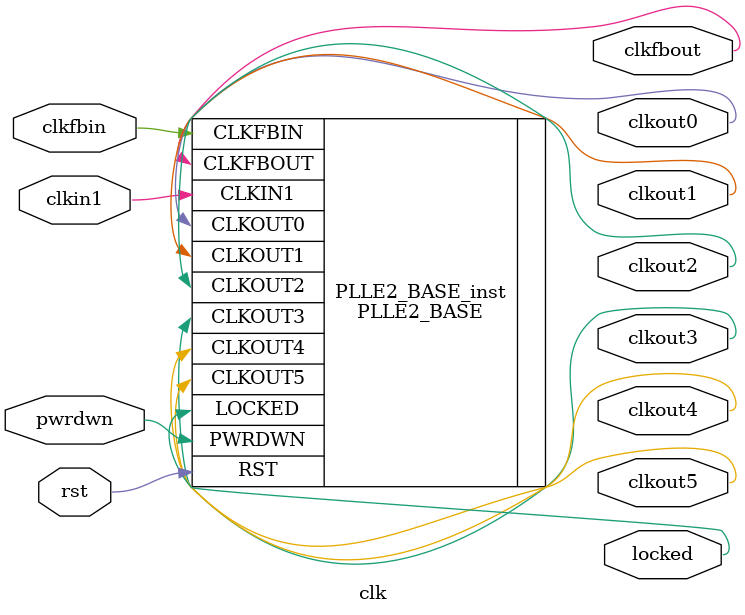
<source format=v>
`timescale 1ps/1ps
module clk
	(
		input	clkin1,
		input	pwrdwn,
		input	rst,
		input	clkfbin,
		output	clkout0,
		output	clkout1,
		output	clkout2,
		output	clkout3,
		output	clkout4,
		output	clkout5,
		output	clkfbout,
		output	locked
	);

	//Here could be your code for wires and input buffers

	PLLE2_BASE #(
		.CLKFBOUT_MULT(63),
		.CLKIN1_PERIOD(52.631),
		.DIVCLK_DIVIDE(1),
		.CLKOUT0_DIVIDE(2),
		.CLKOUT1_DIVIDE(4)
	)
	PLLE2_BASE_inst(
		.CLKOUT0	(clkout0),
		.CLKOUT1	(clkout1),
		.CLKOUT2	(clkout2),
		.CLKOUT3	(clkout3),
		.CLKOUT4	(clkout4),
		.CLKOUT5	(clkout5),
		.CLKFBOUT	(clkfbout),
		.LOCKED	(locked),
		.CLKIN1	(clkin1),
		.PWRDWN	(pwrdwn),
		.RST	(rst),
		.CLKFBIN	(clkfbin)
	);

	//Here could be your code for wires and output buffers

endmodule
</source>
